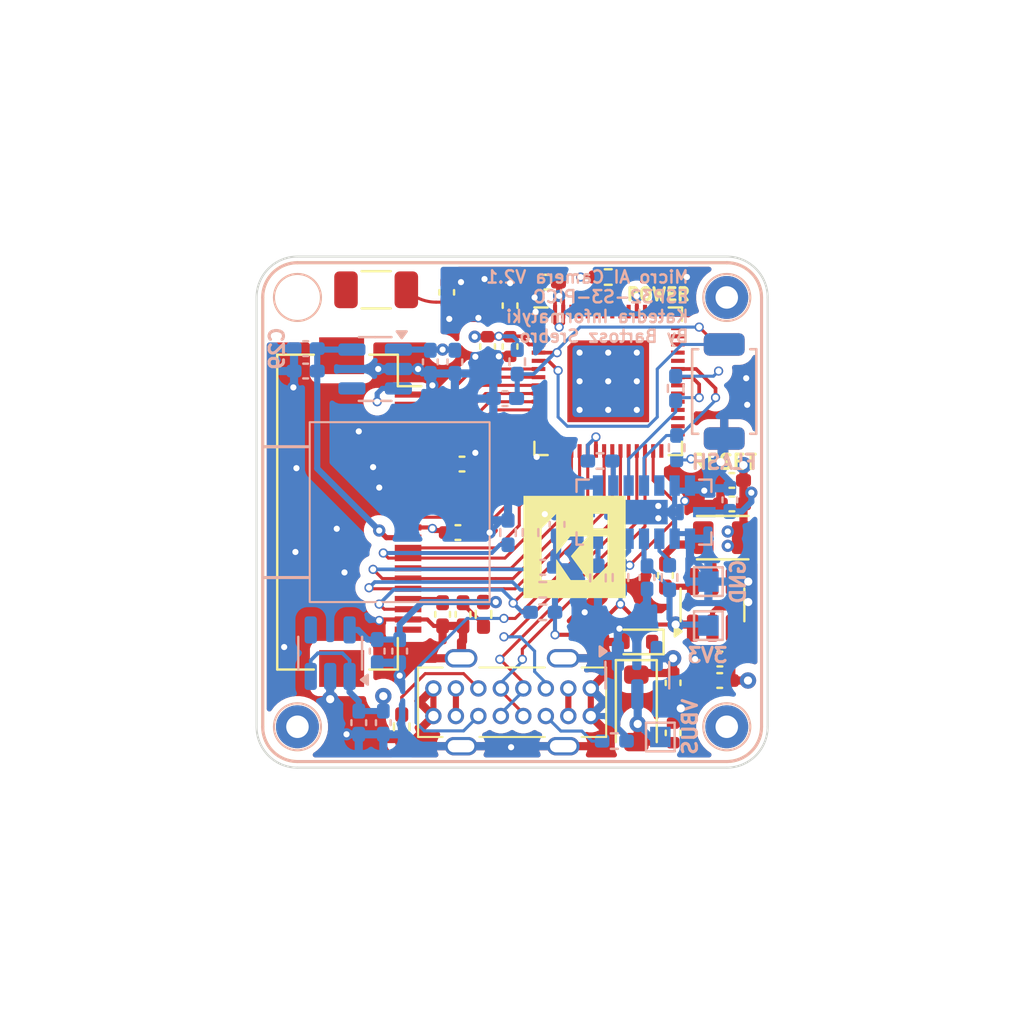
<source format=kicad_pcb>
(kicad_pcb (version 20241229) (generator "pcbnew") (generator_version "9.0")
  (layers (0 "F.Cu" signal) (4 "In1.Cu" power "GND.Cu") (6 "In2.Cu" power "Power.Cu") (2 "B.Cu" signal) (13 "F.Paste" user) (15 "B.Paste" user) (5 "F.SilkS" user "F.Silkscreen") (7 "B.SilkS" user "B.Silkscreen") (1 "F.Mask" user) (3 "B.Mask" user) (25 "Edge.Cuts" user))
  (net 0 "")
  (net 1 "+2V8")
  (net 2 "+5V")
  (net 3 "GND")
  (net 4 "/CAM_SDA")
  (net 5 "/AVCC")
  (net 6 "/CAM_SCK")
  (net 7 "/CAM_RST")
  (net 8 "/CAM_VSYNC")
  (net 9 "/CAM_PWDN")
  (net 10 "/CAM_HSYNC")
  (net 11 "+1V2")
  (net 12 "+3V3")
  (net 13 "/CAM_D7")
  (net 14 "/CAM_MCLK")
  (net 15 "/CAM_D6")
  (net 16 "/CAM_D5")
  (net 17 "/CAM_PCLK")
  (net 18 "/CAM_D4")
  (net 19 "/CAM_D0")
  (net 20 "/CAM_D3")
  (net 21 "/CAM_D1")
  (net 22 "/CAM_D2")
  (net 23 "/SDA")
  (net 24 "/D+")
  (net 25 "Net-(U2-LNA_IN{slash}RF)")
  (net 26 "/D-")
  (net 27 "/EN")
  (net 28 "/GPIO0")
  (net 29 "Net-(U7-SW)")
  (net 30 "Net-(U7-BST)")
  (net 31 "Net-(D4-A)")
  (net 33 "Net-(J2-Pin_23)")
  (net 34 "Net-(J2-Pin_24)")
  (net 35 "Net-(U1-RSVD6)")
  (net 44 "/XTAL_N")
  (net 45 "/XTAL_P")
  (net 46 "Net-(AE1-A)")
  (net 48 "/TX")
  (net 49 "/RX")
  (net 50 "/VL_INT")
  (net 51 "/VL_EN")
  (net 52 "/VL_RST")
  (net 53 "VBUS")
  (net 54 "/SCL")
  (net 63 "Net-(J1-CC2)")
  (net 64 "Net-(J1-CC1)")
  (net 65 "/SBU2")
  (net 66 "/SBU1")
  (net 72 "Net-(U5-BP)")
  (net 73 "Net-(U6-BP)")
  (footprint "Capacitor_SMD:C_0402_1005Metric_Pad0.74x0.62mm_HandSolder" (layer "F.Cu") (at 110.155 108.2375 180)
    (property "Reference" "C15" (hide yes))
    (property "Value" "10uF")
  )
  (footprint "Moje_Footprinty:SW_Push_3.0x4.0mm" (layer "F.Cu") (at 110.375 94.1 -90)
    (property "Reference" "SW1" (hide yes))
    (property "Value" "SW_Reset")
  )
  (footprint "Capacitor_SMD:C_0402_1005Metric_Pad0.74x0.62mm_HandSolder" (layer "F.Cu") (at 97.35 101 180)
    (property "Reference" "C35" (hide yes))
    (property "Value" "100nF")
  )
  (footprint "Capacitor_SMD:C_0402_1005Metric" (layer "F.Cu") (at 99.9 89.9 90)
    (property "Reference" "C2" (hide yes))
    (property "Value" "4.7pF")
  )
  (footprint "Capacitor_SMD:C_0402_1005Metric" (layer "F.Cu") (at 96.8 89.25 -90)
    (property "Reference" "C1" (hide yes))
    (property "Value" "NC")
  )
  (footprint "Capacitor_SMD:C_0402_1005Metric_Pad0.74x0.62mm_HandSolder" (layer "F.Cu") (at 107.5 103.1 90)
    (property "Reference" "C26" (hide yes))
    (property "Value" "100nF")
  )
  (footprint "Moje_Footprinty:MountingHole_1.1mm_M1_DIN965_Pad" (layer "F.Cu") (at 110.5 89.5)
    (property "Reference" "H2" (hide yes))
    (property "Value" "MountingHole")
  )
  (footprint "Resistor_SMD:R_0402_1005Metric_Pad0.72x0.64mm_HandSolder" (layer "F.Cu") (at 94.6 110.5025 -90)
    (property "Reference" "R6" (hide yes))
    (property "Value" "5.1k")
  )
  (footprint "Moje_Footprinty:MountingHole_1.1mm_M1_No_Pad" (layer "F.Cu") (at 89.5 89.5)
    (property "Reference" "H1" (hide yes))
    (property "Value" "MountingHole")
  )
  (footprint "LED_SMD:LED_0402_1005Metric_Pad0.77x0.64mm_HandSolder" (layer "F.Cu") (at 107.2 88.5 180)
    (property "Reference" "D4" (hide yes))
    (property "Value" "LED")
  )
  (footprint "Capacitor_SMD:C_0402_1005Metric_Pad0.74x0.62mm_HandSolder" (layer "F.Cu") (at 96.6 105 -90)
    (property "Reference" "C34" (hide yes))
    (property "Value" "100nF")
  )
  (footprint "Diode_SMD:D_SOD-523" (layer "F.Cu") (at 106.15 106.35 180)
    (property "Reference" "D2" (hide yes))
    (property "Value" "ESD5Z5.0")
  )
  (footprint "Capacitor_SMD:C_0402_1005Metric" (layer "F.Cu") (at 107.875 110.8 -90)
    (property "Reference" "C6" (hide yes))
    (property "Value" "1uF")
  )
  (footprint "Moje_Footprinty:QFN-56-1EP_7x7mm_P0.4mm_EP4x4mm_ThermalVias_ESP32" (layer "F.Cu") (at 104.7 93.600001)
    (property "Reference" "U2" (hide yes))
    (property "Value" "ESP32-S3FH4R2")
  )
  (footprint "Capacitor_SMD:C_0402_1005Metric_Pad0.74x0.62mm_HandSolder" (layer "F.Cu") (at 110.1625 107.1875 180)
    (property "Reference" "C21" (hide yes))
    (property "Value" "10uF")
  )
  (footprint "Moje_Footprinty:MountingHole_1.1mm_M1_DIN965_Pad" (layer "F.Cu") (at 89.5 110.5)
    (property "Reference" "H3" (hide yes))
    (property "Value" "MountingHole")
  )
  (footprint "Moje_Footprinty:MountingHole_1.1mm_M1_DIN965_Pad" (layer "F.Cu") (at 110.5 110.5)
    (property "Reference" "H4" (hide yes))
    (property "Value" "MountingHole")
  )
  (footprint "Capacitor_SMD:C_0402_1005Metric" (layer "F.Cu") (at 99.9 91.9 -90)
    (property "Reference" "C8" (hide yes))
    (property "Value" "100nF")
  )
  (footprint "Moje_Footprinty:USB_C_Hanbo Electronic MC-118LD-H65" (layer "F.Cu") (at 100 109.3)
    (property "Reference" "J1" (hide yes))
    (property "Value" "USB_C_Vertical" (hide yes))
  )
  (footprint "Package_TO_SOT_SMD:TSOT-23-6" (layer "F.Cu") (at 109.8 104.5375 90)
    (property "Reference" "U7" (hide yes))
    (property "Value" "AP63203WU")
  )
  (footprint "Capacitor_SMD:C_0402_1005Metric_Pad0.74x0.62mm_HandSolder" (layer "F.Cu") (at 110.75 99.6)
    (property "Reference" "C32" (hide yes))
    (property "Value" "22uF")
  )
  (footprint "Moje_Footprinty:L_2016" (layer "F.Cu") (at 110.3 101.25)
    (property "Reference" "L2" (hide yes))
    (property "Value" "4.7uF")
  )
  (footprint "Resistor_SMD:R_0402_1005Metric_Pad0.72x0.64mm_HandSolder" (layer "F.Cu") (at 98.6 105 -90)
    (property "Reference" "FB1" (hide yes))
    (property "Value" "120R-1.3A")
  )
  (footprint "Capacitor_SMD:C_0402_1005Metric" (layer "F.Cu") (at 98.8 91.9 90)
    (property "Reference" "C7" (hide yes))
    (property "Value" "22uF")
  )
  (footprint "Capacitor_SMD:C_0402_1005Metric_Pad0.74x0.62mm_HandSolder" (layer "F.Cu") (at 101.7 88.75)
    (property "Reference" "C9" (hide yes))
    (property "Value" "100nF")
  )
  (footprint "Capacitor_SMD:C_0402_1005Metric" (layer "F.Cu") (at 107.875 108.35 90)
    (property "Reference" "C10" (hide yes))
    (property "Value" "22uF")
  )
  (footprint "Moje_Footprinty:LOGO-KI_5mm" (layer "F.Cu") (at 103.05 101.7)
    (property "Reference" "G***" (hide yes))
    (property "Value" "LOGO" (hide yes))
  )
  (footprint "Capacitor_SMD:C_0402_1005Metric_Pad0.74x0.62mm_HandSolder" (layer "F.Cu") (at 110.75 98.45)
    (property "Reference" "C31" (hide yes))
    (property "Value" "22uF")
  )
  (footprint "Moje_Footprinty:Hirose_FH12-24S-0.5SH_1x24-1MP_P0.50mm_Horizontal_WithCamera_BackSide_Opt1" (layer "F.Cu") (at 95 100 -90)
    (property "Reference" "J2" (hide yes))
    (property "Value" "Conn_Camera")
  )
  (footprint "Capacitor_SMD:C_0402_1005Metric_Pad0.74x0.62mm_HandSolder" (layer "F.Cu") (at 97.55 97.65 180)
    (property "Reference" "C36" (hide yes))
    (property "Value" "15pF")
  )
  (footprint "Capacitor_SMD:C_1206_3216Metric" (layer "F.Cu") (at 93.35 89.125 180)
    (property "Reference" "AE1" (hide yes))
    (property "Value" "Antenna_Ceramic")
  )
  (footprint "Diode_SMD:D_SOD-123" (layer "F.Cu") (at 106.075 109.6 -90)
    (property "Reference" "D1" (hide yes))
    (property "Value" "SBR3U40S1F-7")
  )
  (footprint "Resistor_SMD:R_0402_1005Metric_Pad0.72x0.64mm_HandSolder" (layer "F.Cu") (at 104.7025 88.5)
    (property "Reference" "R15" (hide yes))
    (property "Value" "4.7k")
  )
  (footprint "Capacitor_SMD:C_0402_1005Metric_Pad0.74x0.62mm_HandSolder" (layer "F.Cu") (at 97.6 105 -90)
    (property "Reference" "C33" (hide yes))
    (property "Value" "4.7uF")
  )
  (footprint "Inductor_SMD:L_0402_1005Metric" (layer "F.Cu") (at 98.35 89.8)
    (property "Reference" "L1" (hide yes))
    (property "Value" "5.6nH/3.0nH")
  )
  (footprint "Resistor_SMD:R_0402_1005Metric_Pad0.72x0.64mm_HandSolder" (layer "B.Cu") (at 100.25 92.65 -90)
    (property "Reference" "R9" (hide yes))
    (property "Value" "10k")
  )
  (footprint "Capacitor_SMD:C_0402_1005Metric_Pad0.74x0.62mm_HandSolder" (layer "B.Cu") (at 93.7 110.3 -90)
    (property "Reference" "C19" (hide yes))
    (property "Value" "4.7uF")
  )
  (footprint "Capacitor_SMD:C_0402_1005Metric_Pad0.74x0.62mm_HandSolder" (layer "B.Cu") (at 97.2 92.65 -90)
    (property "Reference" "C12" (hide yes))
    (property "Value" "100nF")
  )
  (footprint "Capacitor_SMD:C_0402_1005Metric_Pad0.74x0.62mm_HandSolder" (layer "B.Cu") (at 89.9 92 180)
    (property "Reference" "C29")
    (property "Value" "100nF")
  )
  (footprint "Capacitor_SMD:C_0402_1005Metric_Pad0.74x0.62mm_HandSolder" (layer "B.Cu") (at 92.5 110.3 -90)
    (property "Reference" "C13" (hide yes))
    (property "Value" "100nF")
  )
  (footprint "Capacitor_SMD:C_0402_1005Metric_Pad0.74x0.62mm_HandSolder" (layer "B.Cu") (at 110.65 99.4 -90)
    (property "Reference" "C3" (hide yes))
    (property "Value" "4.7uF")
  )
  (footprint "Moje_Footprinty:ST_VL53L5CX_HandSoldering" (layer "B.Cu") (at 106.45 100 180)
    (property "Reference" "U1" (hide yes))
    (property "Value" "VL53L5CX-Sensor_Distance")
  )
  (footprint "TestPoint:TestPoint_Pad_1.0x1.0mm" (layer "B.Cu") (at 109.6 103.4 180)
    (property "Reference" "TP2" (hide yes))
    (property "Value" "TestPoint_GND")
  )
  (footprint "Resistor_SMD:R_0402_1005Metric_Pad0.72x0.64mm_HandSolder" (layer "B.Cu") (at 108 93.95 90)
    (property "Reference" "R5" (hide yes))
    (property "Value" "4.7k")
  )
  (footprint "Resistor_SMD:R_0402_1005Metric_Pad0.72x0.64mm_HandSolder" (layer "B.Cu") (at 101.5 103.8)
    (property "Reference" "R10" (hide yes))
    (property "Value" "4.7k")
  )
  (footprint "Capacitor_SMD:C_0402_1005Metric_Pad0.74x0.62mm_HandSolder" (layer "B.Cu") (at 101.5 102.7 180)
    (property "Reference" "C37" (hide yes))
    (property "Value" "100nF")
  )
  (footprint "Resistor_SMD:R_0402_1005Metric_Pad0.72x0.64mm_HandSolder" (layer "B.Cu") (at 107.7 103.2025 -90)
    (property "Reference" "R2" (hide yes))
    (property "Value" "47k")
  )
  (footprint "Package_TO_SOT_SMD:SOT-23" (layer "B.Cu") (at 106.125 107.975 -90)
    (property "Reference" "U3" (hide yes))
    (property "Value" "CH213K")
  )
  (footprint "Resistor_SMD:R_0402_1005Metric_Pad0.72x0.64mm_HandSolder" (layer "B.Cu") (at 104.2 103.22 90)
    (property "Reference" "R3" (hide yes))
    (property "Value" "47k")
  )
  (footprint "Resistor_SMD:R_0402_1005Metric_Pad0.72x0.64mm_HandSolder" (layer "B.Cu") (at 99.8 101 90)
    (property "Reference" "R12" (hide yes))
    (property "Value" "10k")
  )
  (footprint "Capacitor_SMD:C_0402_1005Metric_Pad0.74x0.62mm_HandSolder" (layer "B.Cu") (at 102.2 100.6 -90)
    (property "Reference" "C4" (hide yes))
    (property "Value" "4.7uF")
  )
  (footprint "Resistor_SMD:R_0402_1005Metric_Pad0.72x0.64mm_HandSolder" (layer "B.Cu") (at 104.3 97.5)
    (property "Reference" "R8" (hide yes))
    (property "Value" "47k")
  )
  (footprint "Package_TO_SOT_SMD:SOT-23-5" (layer "B.Cu") (at 93.3 93 180)
    (property "Reference" "U5" (hide yes))
    (property "Value" "RT9193-1V2")
  )
  (footprint "Resistor_SMD:R_0402_1005Metric_Pad0.72x0.64mm_HandSolder" (layer "B.Cu") (at 100.9 101 -90)
    (property "Reference" "R13" (hide yes))
    (property "Value" "10k")
  )
  (footprint "Capacitor_SMD:C_0402_1005Metric_Pad0.74x0.62mm_HandSolder" (layer "B.Cu") (at 99.65 94.45)
    (property "Reference" "C11" (hide yes))
    (property "Value" "1uF")
  )
  (footprint "Capacitor_SMD:C_0402_1005Metric_Pad0.74x0.62mm_HandSolder" (layer "B.Cu") (at 93.4 106.8 -90)
    (property "Reference" "C28" (hide yes))
    (property "Value" "4.7uF")
  )
  (footprint "Capacitor_SMD:C_0402_1005Metric_Pad0.74x0.62mm_HandSolder" (layer "B.Cu") (at 89.9 93.1 180)
    (property "Reference" "C27" (hide yes))
    (property "Value" "4.7uF")
  )
  (footprint "Resistor_SMD:R_0402_1005Metric_Pad0.72x0.64mm_HandSolder" (layer "B.Cu") (at 105.3 103.2 -90)
    (property "Reference" "R1" (hide yes))
    (property "Value" "47k")
  )
  (footprint "Package_TO_SOT_SMD:SOT-23-5" (layer "B.Cu") (at 91.1 106.9 90)
    (property "Reference" "U6" (hide yes))
    (property "Value" "RT9193-2V8")
  )
  (footprint "Capacitor_SMD:C_0402_1005Metric_Pad0.74x0.62mm_HandSolder" (layer "B.Cu") (at 96 92.65 -90)
    (property "Reference" "C18" (hide yes))
    (property "Value" "4.7uF")
  )
  (footprint "Capacitor_SMD:C_0402_1005Metric_Pad0.74x0.62mm_HandSolder" (layer "B.Cu") (at 106.6 103.2 -90)
    (property "Reference" "C5" (hide yes))
    (property "Value" "100nF")
  )
  (footprint "Resistor_SMD:R_0402_1005Metric_Pad0.72x0.64mm_HandSolder" (layer "B.Cu") (at 101.5 104.9)
    (property "Reference" "R11" (hide yes))
    (property "Value" "4.7k")
  )
  (footprint "Resistor_SMD:R_0402_1005Metric_Pad0.72x0.64mm_HandSolder" (layer "B.Cu") (at 105 111.2 180)
    (property "Reference" "R7" (hide yes))
    (property "Value" "5.1k")
  )
  (footprint "Capacitor_SMD:C_0402_1005Metric_Pad0.74x0.62mm_HandSolder" (layer "B.Cu") (at 94.5 106.8 -90)
    (property "Reference" "C30" (hide yes))
    (property "Value" "100nF")
  )
  (footprint "Moje_Footprinty:SW_Push_3.0x4.0mm" (layer "B.Cu") (at 110.375 94.1 -90)
    (property "Reference" "SW2" (hide yes))
    (property "Value" "SW_Flash")
  )
  (footprint "Resistor_SMD:R_0402_1005Metric_Pad0.72x0.64mm_HandSolder" (layer "B.Cu") (at 108.05 96.85 -90)
    (property "Reference" "R4" (hide yes))
    (property "Value" "4.7k")
  )
  (footprint "TestPoint:TestPoint_Pad_1.0x1.0mm" (layer "B.Cu") (at 109.6 105.55 180)
    (property "Reference" "TP3" (hide yes))
    (property "Value" "TestPoint_3V3")
  )
  (footprint "TestPoint:TestPoint_Pad_1.0x1.0mm" (layer "B.Cu") (at 107.25 111 180)
    (property "Reference" "TP1" (hide yes))
    (property "Value" "TestPoint_VIN")
  )
  (gr_line (start 88.475 96.8) (end 87.85 96.8) (stroke (width 0.15)) (layer "F.SilkS"))
  (gr_line (start 110.5 87.8) (end 89.5 87.799999) (stroke (width 0.15)) (layer "F.SilkS"))
  (gr_line (start 112.2 89.5) (end 112.200001 110.5) (stroke (width 0.15)) (layer "F.SilkS"))
  (gr_arc (start 89.5 112.200001) (mid 88.297917 111.702083) (end 87.799999 110.5) (stroke (width 0.15)) (layer "F.SilkS"))
  (gr_arc (start 112.200001 110.5) (mid 111.702083 111.702083) (end 110.5 112.200001) (stroke (width 0.15)) (layer "F.SilkS"))
  (gr_line (start 87.799999 89.5) (end 87.799999 110.5) (stroke (width 0.15)) (layer "F.SilkS"))
  (gr_arc (start 87.799999 89.5) (mid 88.297917 88.297917) (end 89.5 87.799999) (stroke (width 0.15)) (layer "F.SilkS"))
  (gr_line (start 88.475 103.2) (end 87.8 103.2) (stroke (width 0.15)) (layer "F.SilkS"))
  (gr_line (start 110.5 112.200001) (end 89.5 112.200001) (stroke (width 0.15)) (layer "F.SilkS"))
  (gr_arc (start 110.5 87.8) (mid 111.702082 88.297918) (end 112.2 89.5) (stroke (width 0.15)) (layer "F.SilkS"))
  (gr_line (start 87.85 103.2) (end 90.05 103.2) (stroke (width 0.15)) (layer "B.SilkS"))
  (gr_arc (start 112.200001 110.5) (mid 111.702083 111.702083) (end 110.5 112.200001) (stroke (width 0.15)) (layer "B.SilkS"))
  (gr_line (start 110.5 87.799999) (end 89.5 87.8) (stroke (width 0.15)) (layer "B.SilkS"))
  (gr_arc (start 87.8 89.5) (mid 88.297918 88.297918) (end 89.5 87.8) (stroke (width 0.15)) (layer "B.SilkS"))
  (gr_line (start 112.200001 110.5) (end 112.200001 89.5) (stroke (width 0.15)) (layer "B.SilkS"))
  (gr_arc (start 110.5 87.799999) (mid 111.702083 88.297917) (end 112.200001 89.5) (stroke (width 0.15)) (layer "B.SilkS"))
  (gr_arc (start 89.5 112.200001) (mid 88.297917 111.702082) (end 87.799999 110.5) (stroke (width 0.15)) (layer "B.SilkS"))
  (gr_line (start 87.85 96.8) (end 90.025 96.8) (stroke (width 0.15)) (layer "B.SilkS"))
  (gr_line (start 87.799999 110.5) (end 87.8 89.5) (stroke (width 0.15)) (layer "B.SilkS"))
  (gr_line (start 110.5 112.200001) (end 89.5 112.200001) (stroke (width 0.15)) (layer "B.SilkS"))
  (gr_line (start 87.5 89.5) (end 87.5 110.5) (stroke (width 0.1)) (layer "Edge.Cuts"))
  (gr_arc (start 110.5 87.5) (mid 111.914214 88.085786) (end 112.5 89.5) (stroke (width 0.1)) (layer "Edge.Cuts"))
  (gr_line (start 89.5 112.5) (end 110.5 112.5) (stroke (width 0.1)) (layer "Edge.Cuts"))
  (gr_line (start 112.5 110.5) (end 112.5 89.5) (stroke (width 0.1)) (layer "Edge.Cuts"))
  (gr_arc (start 87.5 89.5) (mid 88.085787 88.085787) (end 89.5 87.5) (stroke (width 0.1)) (layer "Edge.Cuts"))
  (gr_arc (start 89.5 112.5) (mid 88.085786 111.914214) (end 87.5 110.5) (stroke (width 0.1)) (layer "Edge.Cuts"))
  (gr_arc (start 112.5 110.5) (mid 111.914214 111.914214) (end 110.5 112.5) (stroke (width 0.1)) (layer "Edge.Cuts"))
  (gr_line (start 110.5 87.5) (end 89.5 87.5) (stroke (width 0.1)) (layer "Edge.Cuts"))
  (gr_text "POWER" (at 107.15 89.35 0) (layer "F.SilkS") (effects (font (size 0.6 0.6) (thickness 0.15) (bold yes))))
  (gr_text "RESET" (at 110.375 97.55 0) (layer "F.SilkS") (effects (font (size 0.7 0.7) (thickness 0.15) (bold yes))))
  (gr_text "Micro AI Camera V2.1\nESP32-S3-PICO\nKatedra Informatyki\nBy Bartosz Srebro" (at 108.7 91.75 0) (layer "B.SilkS") (effects (font (size 0.6 0.6) (thickness 0.12) (bold yes)) (justify left bottom mirror)))
  (gr_text "VBUS" (at 108.7 110.5 90) (layer "B.SilkS") (effects (font (size 0.7 0.7) (thickness 0.15) (bold yes)) (justify mirror)))
  (gr_text "FLASH" (at 110.375 97.55 0) (layer "B.SilkS") (effects (font (size 0.7 0.7) (thickness 0.15) (bold yes)) (justify mirror)))
  (gr_text "3V3" (at 109.55 107 0) (layer "B.SilkS") (effects (font (size 0.7 0.7) (thickness 0.15) (bold yes)) (justify mirror)))
  (gr_text "GND" (at 111.05 103.4 90) (layer "B.SilkS") (effects (font (size 0.7 0.7) (thickness 0.15) (bold yes)) (justify mirror)))
  (segment (start 99.1975 104.4025) (end 99.2 104.4) (width 0.2) (layer "F.Cu") (net 1))
  (segment (start 98.6 104.4025) (end 99.1975 104.4025) (width 0.2) (layer "F.Cu") (net 1))
  (via (at 99.2 104.4) (size 0.6) (drill 0.3) (layers "F.Cu" "B.Cu") (net 1))
  (segment (start 92.4625 105.7625) (end 92.05 105.7625) (width 0.3) (layer "B.Cu") (net 1))
  (segment (start 94.5 105.5) (end 95.6 104.4) (width 0.3) (layer "B.Cu") (net 1))
  (segment (start 93.3 106.2325) (end 94.5 106.2325) (width 0.3) (layer "B.Cu") (net 1))
  (segment (start 93.5 106.2325) (end 92.9325 106.2325) (width 0.3) (layer "B.Cu") (net 1))
  (segment (start 95.6 104.4) (end 99.2 104.4) (width 0.3) (layer "B.Cu") (net 1))
  (segment (start 94.5 106.2325) (end 94.5 105.5) (width 0.3) (layer "B.Cu") (net 1))
  (segment (start 92.9325 106.2325) (end 92.4625 105.7625) (width 0.3) (layer "B.Cu") (net 1))
  (segment (start 110.7225 108.2375) (end 111.5375 108.2375) (width 0.4) (layer "F.Cu") (net 2))
  (segment (start 106.28 107.87) (end 106.2 107.95) (width 0.4) (layer "F.Cu") (net 2))
  (segment (start 110.73 105.695) (end 110.75 105.675) (width 0.4) (layer "F.Cu") (net 2))
  (segment (start 110.7225 108.2375) (end 110.7225 107.195) (width 0.4) (layer "F.Cu") (net 2))
  (segment (start 106.85 106.35) (end 106.85 106.85) (width 0.3) (layer "F.Cu") (net 2))
  (segment (start 110.5625 104.6875) (end 110.75 104.875) (width 0.25) (layer "F.Cu") (net 2))
  (segment (start 107.875 107.15) (end 107.875 107.87) (width 0.4) (layer "F.Cu") (net 2))
  (segment (start 110.7225 107.195) (end 110.73 107.1875) (width 0.4) (layer "F.Cu") (net 2))
  (segment (start 107.15 107.15) (end 107.875 107.15) (width 0.3) (layer "F.Cu") (net 2))
  (segment (start 106.85 106.85) (end 107.15 107.15) (width 0.3) (layer "F.Cu") (net 2))
  (segment (start 110.73 107.2875) (end 110.73 105.695) (width 0.4) (layer "F.Cu") (net 2))
  (segment (start 110.75 104.875) (end 110.75 105.675) (width 0.25) (layer "F.Cu") (net 2))
  (segment (start 109.8 105.675) (end 109.8 104.9) (width 0.25) (layer "F.Cu") (net 2))
  (segment (start 106.125 107.875) (end 106.2 107.95) (width 0.3) (layer "F.Cu") (net 2))
  (segment (start 110.0125 104.6875) (end 110.5625 104.6875) (width 0.25) (layer "F.Cu") (net 2))
  (segment (start 109.8 104.9) (end 110.0125 104.6875) (width 0.25) (layer "F.Cu") (net 2))
  (segment (start 110.78 107.2375) (end 110.73 107.2875) (width 0.4) (layer "F.Cu") (net 2))
  (segment (start 107.875 107.87) (end 106.28 107.87) (width 0.4) (layer "F.Cu") (net 2))
  (via (at 93.7 109) (size 0.8) (drill 0.4) (layers "F.Cu" "B.Cu") (net 2))
  (via (at 93.4 94.6) (size 0.45) (drill 0.3) (layers "F.Cu" "B.Cu") (net 2))
  (via (at 111.5375 108.2375) (size 0.8) (drill 0.4) (layers "F.Cu" "B.Cu") (net 2))
  (via (at 107.875 107.15) (size 0.8) (drill 0.4) (layers "F.Cu" "B.Cu") (net 2))
  (via (at 96.6 92.05) (size 0.6) (drill 0.3) (layers "F.Cu" "B.Cu") (net 2))
  (segment (start 90.15 107.25) (end 90.15 108.0375) (width 0.18) (layer "B.Cu") (net 2))
  (segment (start 91.7 106.9) (end 90.5 106.9) (width 0.18) (layer "B.Cu") (net 2))
  (segment (start 90.5 106.9) (end 90.15 107.25) (width 0.18) (layer "B.Cu") (net 2))
  (segment (start 93.65 93.95) (end 93.4 94.2) (width 0.25) (layer "B.Cu") (net 2))
  (segment (start 96.6 92.05) (end 94.4375 92.05) (width 0.3) (layer "B.Cu") (net 2))
  (segment (start 92.5 109.25) (end 92.5 109.7325) (width 0.3) (layer "B.Cu") (net 2))
  (segment (start 92.5 109.7325) (end 93.7 109.7325) (width 0.3) (layer "B.Cu") (net 2))
  (segment (start 92.05 108.8) (end 92.5 109.25) (width 0.3) (layer "B.Cu") (net 2))
  (segment (start 96.6 92.05) (end 97.0675 92.05) (width 0.3) (layer "B.Cu") (net 2))
  (segment (start 94.4375 93.95) (end 93.65 93.95) (width 0.25) (layer "B.Cu") (net 2))
  (segment (start 92.05 108.0375) (end 92.05 108.8) (width 0.3) (layer "B.Cu") (net 2))
  (segment (start 93.4 94.2) (end 93.4 94.6) (width 0.25) (layer "B.Cu") (net 2))
  (segment (start 107.1875 107.15) (end 107.075 107.0375) (width 0.4) (layer "B.Cu") (net 2))
  (segment (start 92.05 107.25) (end 91.7 106.9) (width 0.18) (layer "B.Cu") (net 2))
  (segment (start 93.7 109.7325) (end 93.7 109) (width 0.3) (layer "B.Cu") (net 2))
  (segment (start 92.05 108.0375) (end 92.05 107.25) (width 0.18) (layer "B.Cu") (net 2))
  (segment (start 107.875 107.15) (end 107.1875 107.15) (width 0.4) (layer "B.Cu") (net 2))
  (segment (start 97.0675 92.05) (end 97.1 92.0825) (width 0.3) (layer "B.Cu") (net 2))
  (segment (start 108.25 109.6) (end 107.875 109.225) (width 0.3) (layer "F.Cu") (net 3))
  (segment (start 99.9 92.38) (end 99.35 92.38) (width 0.3) (layer "F.Cu") (net 3))
  (segment (start 110.2 99.5825) (end 110.1825 99.6) (width 0.4) (layer "F.Cu") (net 3))
  (segment (start 109.595 107.1875) (end 109.595 108.23) (width 0.4) (layer "F.Cu") (net 3))
  (segment (start 95.1125 111.1) (end 94.6 111.1) (width 0.2) (layer "F.Cu") (net 3))
  (segment (start 98.2 92.4) (end 97.6 92.4) (width 0.3) (layer "F.Cu") (net 3))
  (segment (start 110.2 97.55) (end 110.2 96.7) (width 0.3) (layer "F.Cu") (net 3))
  (segment (start 108.2 109.6) (end 107.875 109.925) (width 0.3) (layer "F.Cu") (net 3))
  (segment (start 98.2 97.25) (end 98.1175 97.3325) (width 0.3) (layer "F.Cu") (net 3))
  (segment (start 105.45 106.35) (end 105.45 105.9) (width 0.3) (layer "F.Cu") (net 3))
  (segment (start 99.9 89.42) (end 99.9 88.8) (width 0.3) (layer "F.Cu") (net 3))
  (segment (start 96.6 105.5675) (end 96.1675 105.5675) (width 0.2) (layer "F.Cu") (net 3))
  (segment (start 96.1675 105.5675) (end 95.85 105.25) (width 0.2) (layer "F.Cu") (net 3))
  (segment (start 105.45 105.9) (end 105.25 105.7) (width 0.3) (layer "F.Cu") (net 3))
  (segment (start 108.95 107.1875) (end 109.595 107.1875) (width 0.4) (layer "F.Cu") (net 3))
  (segment (start 108.55 88.5) (end 107.7725 88.5) (width 0.2) (layer "F.Cu") (net 3))
  (segment (start 94.91 98.75) (end 93.55 98.75) (width 0.25) (layer "F.Cu") (net 3))
  (segment (start 103.85 109.975) (end 103.85 108.625) (width 0.3) (layer "F.Cu") (net 3))
  (segment (start 96.2 93.8) (end 96.1 93.8) (width 0.3) (layer "F.Cu") (net 3))
  (segment (start 108.25 109.6) (end 108.2 109.6) (width 0.3) (layer "F.Cu") (net 3))
  (segment (start 97.9675 100.9) (end 98.8 100.9) (width 0.25) (layer "F.Cu") (net 3))
  (segment (start 98.3 90.55) (end 98.35 90.5) (width 0.3) (layer "F.Cu") (net 3))
  (segment (start 98.8 100.9) (end 98.9 101) (width 0.25) (layer "F.Cu") (net 3))
  (segment (start 107.875 109.225) (end 107.875 108.83) (width 0.3) (layer "F.Cu") (net 3))
  (segment (start 98.1175 97.3325) (end 98.1175 97.65) (width 0.3) (layer "F.Cu") (net 3))
  (segment (start 101.1325 88.75) (end 99.95 88.75) (width 0.3) (layer "F.Cu") (net 3))
  (segment (start 96.15 109.975) (end 96.15 110.0625) (width 0.2) (layer "F.Cu") (net 3))
  (segment (start 109.595 108.23) (end 109.5875 108.2375) (width 0.4) (layer "F.Cu") (net 3))
  (segment (start 98.8 92.38) (end 98.22 92.38) (width 0.3) (layer "F.Cu") (net 3))
  (segment (start 93.55 98.75) (end 93.5 98.8) (width 0.25) (layer "F.Cu") (net 3))
  (segment (start 96.925 90.55) (end 98.3 90.55) (width 0.3) (layer "F.Cu") (net 3))
  (segment (start 95.85 105.25) (end 94.91 105.25) (width 0.2) (layer "F.Cu") (net 3))
  (segment (start 96.15 110.0625) (end 95.1125 111.1) (width 0.2) (layer "F.Cu") (net 3))
  (segment (start 99.95 88.75) (end 99.9 88.8) (width 0.3) (layer "F.Cu") (net 3))
  (segment (start 97.6 105.5675) (end 97.6 107.05) (width 0.3) (layer "F.Cu") (net 3))
  (segment (start 93.55 105.25) (end 94.86 105.25) (width 0.2) (layer "F.Cu") (net 3))
  (segment (start 98.22 92.38) (end 98.2 92.4) (width 0.3) (layer "F.Cu") (net 3))
  (segment (start 110.2 97.55) (end 110.2 99.5825) (width 0.4) (layer "F.Cu") (net 3))
  (segment (start 107.875 109.925) (end 107.875 110.32) (width 0.3) (layer "F.Cu") (net 3))
  (segment (start 111.7 103.4) (end 110.75 103.4) (width 0.4) (layer "F.Cu") (net 3))
  (segment (start 96.15 109.975) (end 96.15 108.625) (width 0.3) (layer "F.Cu") (net 3))
  (segment (start 98.2 97.1) (end 98.2 97.25) (width 0.3) (layer "F.Cu") (net 3))
  (segment (start 97.6 105.5675) (end 96.6 105.5675) (width 0.3) (layer "F.Cu") (net 3))
  (segment (start 97.6 107.05) (end 97.5 107.15) (width 0.3) (layer "F.Cu") (net 3))
  (segment (start 93.5 105.3) (end 93.55 105.25) (width 0.2) (layer "F.Cu") (net 3))
  (segment (start 97.6 92.4) (end 96.2 93.8) (width 0.3) (layer "F.Cu") (net 3))
  (segment (start 110.2 96.7) (end 110.5 96.4) (width 0.3) (layer "F.Cu") (net 3))
  (via (at 108.25 109.6) (size 0.8) (drill 0.4) (layers "F.Cu" "B.Cu") (net 3))
  (via (at 101.1 89.5) (size 0.6) (drill 0.3) (layers "F.Cu" "B.Cu") (net 3))
  (via (at 111.45 93.45) (size 0.6) (drill 0.3) (layers "F.Cu" "B.Cu") (net 3))
  (via (at 109.4 98.95) (size 0.6) (drill 0.3) (layers "F.Cu" "B.Cu") (net 3))
  (via (at 107.15 100.3) (size 0.45) (drill 0.3) (layers "F.Cu" "B.Cu") (net 3))
  (via (at 111.55 104.4) (size 0.8) (drill 0.4) (layers "F.Cu" "B.Cu") (net 3))
  (via (at 89.3 93.9) (size 0.6) (drill 0.3) (layers "F.Cu" "B.Cu") (net 3))
  (via (at 91.1 109.150002) (size 0.8) (drill 0.4) (layers "F.Cu" "B.Cu") (net 3))
  (via (at 101.15 90.2) (size 0.45) (drill 0.3) (layers "F.Cu" "B.Cu") (net 3))
  (via (at 111.5 94.75) (size 0.6) (drill 0.3) (layers "F.Cu" "B.Cu") (net 3))
  (via (at 99.9 88.8) (size 0.6) (drill 0.3) (layers "F.Cu" "B.Cu") (net 3))
  (via (at 92.5 96.05) (size 0.6) (drill 0.3) (layers "F.Cu" "B.Cu") (net 3))
  (via (at 91.9 110.8675) (size 0.6) (drill 0.3) (layers "F.Cu" "B.Cu") (net 3))
  (via (at 98.35 90.5) (size 0.45) (drill 0.3) (layers "F.Cu" "B.Cu") (net 3))
  (via (at 110.2 97.55) (size 0.8) (drill 0.4) (layers "F.Cu" "B.Cu") (net 3))
  (via (at 111.55 103.4) (size 0.8) (drill 0.4) (layers "F.Cu" "B.Cu") (net 3))
  (via (at 108.95 107.1875) (size 0.6) (drill 0.3) (layers "F.Cu" "B.Cu") (net 3))
  (via (at 96.1 93.8) (size 0.6) (drill 0.3) (layers "F.Cu" "B.Cu") (net 3))
  (via (at 98.2 97.1) (size 0.6) (drill 0.3) (layers "F.Cu" "B.Cu") (net 3))
  (via (at 95.4 93) (size 0.6) (drill 0.3) (layers "F.Cu" "B.Cu") (net 3))
  (via (at 98.2 92.4) (size 0.45) (drill 0.3) (layers "F.Cu" "B.Cu") (net 3))
  (via (at 93.5 98.8) (size 0.6) (drill 0.3) (layers "F.Cu" "B.Cu") (net 3))
  (via (at 93.5 105.3) (size 0.45) (drill 0.3) (layers "F.Cu" "B.Cu") (net 3))
  (via (at 99.95 111.5) (size 0.6) (drill 0.3) (layers "F.Cu" "B.Cu") (net 3))
  (via (at 101.2 97.3) (size 0.6) (drill 0.3) (layers "F.Cu" "B.Cu") (net 3))
  (via (at 107.15 99.7) (size 0.45) (drill 0.3) (layers "F.Cu" "B.Cu") (net 3))
  (via (at 108.55 88.5) (size 0.45) (drill 0.3) (layers "F.Cu" "B.Cu") (net 3))
  (via (at 89.45 97.85) (size 0.6) (drill 0.3) (layers "F.Cu" "B.Cu") (net 3))
  (via (at 91.8 102.95) (size 0.6) (drill 0.3) (layers "F.Cu" "B.Cu") (net 3))
  (via (at 108.45 99.45) (size 0.45) (drill 0.3) (layers "F.Cu" "B.Cu") (net 3))
  (via (at 103.55 104.9) (size 0.6) (drill 0.3) (layers "F.Cu" "B.Cu") (net 3))
  (via (at 98.9 101) (size 0.6) (drill 0.3) (layers "F.Cu" "B.Cu") (net 3))
  (via (at 93.45 93) (size 0.6) (drill 0.3) (layers "F.Cu" "B.Cu") (net 3))
  (via (at 97.5 88.75) (size 0.45) (drill 0.3) (layers "F.Cu" "B.Cu") (net 3))
  (via (at 96.925 90.55) (size 0.45) (drill 0.3) (layers "F.Cu" "B.Cu") (net 3))
  (via (at 91.422421 100.813574) (size 0.6) (drill 0.3) (layers "F.Cu" "B.Cu") (net 3))
  (via (at 98.65 88.6) (size 0.6) (drill 0.3) (layers "F.Cu" "B.Cu") (net 3))
  (via (at 89.4 101.95) (size 0.6) (drill 0.3) (layers "F.Cu" "B.Cu") (net 3))
  (via (at 93.2 97.8) (size 0.6) (drill 0.3) (layers "F.Cu" "B.Cu") (net 3))
  (via (at 88.85 106.6) (size 0.6) (drill 0.3) (layers "F.Cu" "B.Cu") (net 3))
  (via (at 105.25 105.7) (size 0.6) (drill 0.3) (layers "F.Cu" "B.Cu") (net 3))
  (via (at 99.35 92.38) (size 0.45) (drill 0.3) (layers "F.Cu" "B.Cu") (net 3))
  (via (at 94.5 108) (size 0.6) (drill 0.3) (layers "F.Cu" "B.Cu") (net 3))
  (segment (start 108.7 98.95) (end 107.95 98.95) (width 0.3) (layer "B.Cu") (net 3))
  (segment (start 94.5 107.3675) (end 94.5 108) (width 0.2) (layer "B.Cu") (net 3))
  (segment (start 109.6 103.05) (end 109.6 103.4) (width 0.3) (layer "B.Cu") (net 3))
  (segment (start 89.3325 92) (end 89.3325 93.1) (width 0.3) (layer "B.Cu") (net 3))
  (segment (start 102.4 98.5) (end 101.2 97.3) (width 0.3) (layer "B.Cu") (net 3))
  (segment (start 106.85 100) (end 106.45 100) (width 0.2) (layer "B.Cu") (net 3))
  (segment (start 107.95 101.05) (end 107.95 100.35) (width 0.25) (layer "B.Cu") (net 3))
  (segment (start 99.8 100.4025) (end 99.4975 100.4025) (width 0.25) (layer "B.Cu") (net 3))
  (segment (start 110.2 96.7) (end 110.5 96.4) (width 0.3) (layer "B.Cu") (net 3))
  (segment (start 93.7 110.8675) (end 92.5 110.8675) (width 0.3) (layer "B.Cu") (net 3))
  (segment (start 103.55 104.9) (end 103.5 104.85) (width 0.3) (layer "B.Cu") (net 3))
  (segment (start 95.4 93) (end 95.6175 93.2175) (width 0.3) (layer "B.Cu") (net 3))
  (segment (start 103.5 103.765) (end 102.435 102.7) (width 0.3) (layer "B.Cu") (net 3))
  (segment (start 102.2 102.5675) (end 102.2 101.1675) (width 0.25) (layer "B.Cu") (net 3))
  (segment (start 102.435 102.7) (end 102.0675 102.7) (width 0.3) (layer "B.Cu") (net 3))
  (segment (start 96.1 93.8) (end 96.1 93.2175) (width 0.3) (layer "B.Cu") (net 3))
  (segment (start 107.15 99.7) (end 106.85 100) (width 0.2) (layer "B.Cu") (net 3))
  (segment (start 107.95 99.65) (end 107.95 98.95) (width 0.25) (layer "B.Cu") (net 3))
  (segment (start 109.4 98.95) (end 108.7 98.95) (width 0.3) (layer "B.Cu") (net 3))
  (segment (start 89.3325 93.1) (end 89.3325 93.8675) (width 0.3) (layer "B.Cu") (net 3))
  (segment (start 96.1 93.3175) (end 96 93.2175) (width 0.3) (layer "B.Cu") (net 3))
  (segment (start 110.65 98.5) (end 110.65 98.8325) (width 0.3) (layer "B.Cu") (net 3))
  (segment (start 110.25 97.8) (end 110.2 97.75) (width 0.3) (layer "B.Cu") (net 3))
  (segment (start 95.6175 93.2175) (end 96 93.2175) (width 0.3) (layer "B.Cu") (net 3))
  (segment (start 94.4375 93) (end 93.45 93) (width 0.4) (layer "B.Cu") (net 3))
  (segment (start 108.7 101.05) (end 107.95 101.05) (width 0.25) (layer "B.Cu") (net 3))
  (segment (start 99.4975 100.4025) (end 98.9 101) (width 0.25) (layer "B.Cu") (net 3))
  (segment (start 91.1 108.0375) (end 91.1 109.150002) (width 0.3) (layer "B.Cu") (net 3))
  (segment (start 102.0675 102.7) (end 102.2 102.5675) (width 0.25) (layer "B.Cu") (net 3))
  (segment (start 104.575 109.975) (end 103.85 109.975) (width 0.3) (layer "B.Cu") (net 3))
  (segment (start 89.3325 93.8675) (end 89.3 93.9) (width 0.3) (layer "B.Cu") (net 3))
  (segment (start 110.2 97.55) (end 110.2 98.05) (width 0.3) (layer "B.Cu") (net 3))
  (segment (start 96.1 93.8) (end 96.1 93.3175) (width 0.3) (layer "B.Cu") (net 3))
  (segment (start 108.7 98.95) (end 108.7 98.8) (width 0.3) (layer "B.Cu") (net 3))
  (segment (start 107.6 100) (end 107.95 99.65) (width 0.25) (layer "B.Cu") (net 3))
  (segment (start 94.5 107.3675) (end 93.4 107.3675) (width 0.3) (layer "B.Cu") (net 3))
  (segment (start 108.7 101.05) (end 108.7 102.15) (width 0.3) (layer "B.Cu") (net 3))
  (segment (start 96.1 93.2175) (end 95.8825 93) (width 0.3) (layer "B.Cu") (net 3))
  (segment (start 107.6 100) (end 105.3 100) (width 0.25) (layer "B.Cu") (net 3))
  (segment (start 105.5975 110.9975) (end 104.575 109.975) (width 0.3) (layer "B.Cu") (net 3))
  (segment (start 104.2 98.95) (end 104.2 98.5) (width 0.3) (layer "B.Cu") (net 3))
  (segment (start 105.175 107.0375) (end 105.175 105.775) (width 0.4) (layer "B.Cu") (net 3))
  (segment (start 108.7 102.15) (end 109.6 103.05) (width 0.3) (layer "B.Cu") (net 3))
  (segment (start 106.6 104.35) (end 106.6 103.7675) (width 0.3) (layer "B.Cu") (net 3))
  (segment (start 104.95 100.35) (end 104.95 101.05) (width 0.25) (layer "B.Cu") (net 3))
  (segment (start 105.3 100) (end 104.95 100.35) (width 0.25) (layer "B.Cu") (net 3))
  (segment (start 103.5 104.85) (end 103.5 103.765) (width 0.3) (layer "B.Cu") (net 3))
  (segment (start 105.5975 111.2) (end 105.5975 110.9975) (width 0.3) (layer "B.Cu") (net 3))
  (segment (start 104.2 103.8175) (end 103.5525 103.8175) (width 0.3) (layer "B.Cu") (net 3))
  (segment (start 104.2 98.5) (end 102.4 98.5) (width 0.3) (layer "B.Cu") (net 3))
  (segment (start 109.6 103.4) (end 111.55 103.4) (width 0.3) (layer "B.Cu") (net 3))
  (segment (start 105.25 105.7) (end 106.6 104.35) (width 0.3) (layer "B.Cu") (net 3))
  (segment (start 110.2 98.05) (end 110.65 98.5) (width 0.3) (layer "B.Cu") (net 3))
  (segment (start 91.9 110.8675) (end 92.5 110.8675) (width 0.3) (layer "B.Cu") (net 3))
  (segment (start 107.95 100.35) (end 107.6 100) (width 0.25) (layer "B.Cu") (net 3))
  (segment (start 110.2 97.75) (end 110.2 96.7) (width 0.3) (layer "B.Cu") (net 3))
  (segment (start 95.4 93) (end 94.4375 93) (width 0.3) (layer "B.Cu") (net 3))
  (segment (start 105.175 105.775) (end 105.25 105.7) (width 0.4) (layer "B.Cu") (net 3))
  (segment (start 103.5525 103.8175) (end 103.5 103.765) (width 0.3) (layer "B.Cu") (net 3))
  (segment (start 93.75 104.75) (end 94.91 104.75) (width 0.15) (layer "F.Cu") (net 4))
  (segment (start 104.9 99.6) (end 104.9 97.050001) (width 0.15) (layer "F.Cu") (net 4))
  (segment (start 93.5 104.5) (end 93.75 104.75) (width 0.15) (layer "F.Cu") (net 4))
  (segment (start 100.05 104.45) (end 104.9 99.6) (width 0.15) (layer "F.Cu") (net 4))
  (via (at 100.05 104.45) (size 0.45) (drill 0.3) (layers "F.Cu" "B.Cu") (net 4))
  (via (at 93.5 104.5) (size 0.45) (drill 0.3) (layers "F.Cu" "B.Cu") (net 4))
  (segment (start 100.9025 104.9) (end 100.5 104.9) (width 0.2) (layer "B.Cu") (net 4))
  (segment (start 99.517194 103.8) (end 100.05 104.332806) (width 0.18) (layer "B.Cu") (net 4))
  (segment (start 100.05 104.332806) (end 100.05 104.45) (width 0.18) (layer "B.Cu") (net 4))
  (segment (start 94.2 103.8) (end 99.517194 103.8) (width 0.18) (layer "B.Cu") (net 4))
  (segment (start 93.5 104.5) (end 94.2 103.8) (width 0.18) (layer "B.Cu") (net 4))
  (segment (start 100.5 104.9) (end 100.05 104.45) (width 0.2) (layer "B.Cu") (net 4))
  (segment (start 98.6 105.5) (end 98.6 105.5975) (width 0.2) (layer "F.Cu") (net 5))
  (segment (start 94.91 104.25) (end 96.4175 104.25) (width 0.2) (layer "F.Cu") (net 5))
  (segment (start 97.6 104.4325) (end 97.6 104.5) (width 0.2) (layer "F.Cu") (net 5))
  (segment (start 97.6 104.5) (end 98.6 105.5) (width 0.2) (layer "F.Cu") (net 5))
  (segment (start 96.6 104.4325) (end 97.6 104.4325) (width 0.2) (layer "F.Cu") (net 5))
  (segment (start 96.4175 104.25) (end 96.6 104.4325) (width 0.2) (layer "F.Cu") (net 5))
  (segment (start 93 103.7) (end 93.05 103.75) (width 0.18) (layer "F.Cu") (net 6))
  (segment (start 93.05 103.75) (end 94.91 103.75) (width 0.15) (layer "F.Cu") (net 6))
  (segment (start 104.5 99.4) (end 100.15 103.75) (width 0.15) (layer "F.Cu") (net 6))
  (segment (start 104.5 97.050001) (end 104.5 99.4) (width 0.15) (layer "F.Cu") (net 6))
  (segment (start 100.15 103.75) (end 99.6 103.75) (width 0.15) (layer "F.Cu") (net 6))
  (segment (start 94.86 103.75) (end 99.6 103.75) (width 0.15) (layer "F.Cu") (net 6))
  (via (at 93 103.7) (size 0.45) (drill 0.3) (layers "F.Cu" "B.Cu") (net 6))
  (segment (start 100.4 103.8) (end 100.9025 103.8) (width 0.18) (layer "B.Cu") (net 6))
  (segment (start 100.02 103.42) (end 100.4 103.8) (width 0.18) (layer "B.Cu") (net 6))
  (segment (start 93 103.7) (end 93.28 103.42) (width 0.18) (layer "B.Cu") (net 6))
  (segment (start 93.28 103.42) (end 100.02 103.42) (width 0.18) (layer "B.Cu") (net 6))
  (segment (start 100.05 103.25) (end 99.2 103.25) (width 0.15) (layer "F.Cu") (net 7))
  (segment (start 103.7 97.050001) (end 103.7 99.6) (width 0.15) (layer "F.Cu") (net 7))
  (segment (start 93.65 103.25) (end 94.86 103.25) (width 0.15) (layer "F.Cu") (net 7))
  (segment (start 103.7 99.6) (end 100.05 103.25) (width 0.15) (layer "F.Cu") (net 7))
  (segment (start 93.2 102.8) (end 93.65 103.25) (width 0.15) (layer "F.Cu") (net 7))
  (segment (start 99.2 103.25) (end 94.86 103.25) (width 0.15) (layer "F.Cu") (net 7))
  (via (at 93.2 102.8) (size 0.45) (drill 0.3) (layers "F.Cu" "B.Cu") (net 7))
  (segment (start 100.9 102.6675) (end 100.9325 102.7) (width 0.25) (layer "B.Cu") (net 7))
  (segment (start 93.2 102.8) (end 100.8325 102.8) (width 0.18) (layer "B.Cu") (net 7))
  (segment (start 100.9 101.5975) (end 100.9 102.6675) (width 0.25) (layer "B.Cu") (net 7))
  (segment (start 100.8325 102.8) (end 100.9325 102.7) (width 0.18) (layer "B.Cu") (net 7))
  (segment (start 99.1 102.75) (end 94.86 102.75) (width 0.15) (layer "F.Cu") (net 8))
  (segment (start 103.3 97.050001) (end 103.3 99.4) (width 0.15) (layer "F.Cu") (net 8))
  (segment (start 103.3 99.4) (end 99.95 102.75) (width 0.15) (layer "F.Cu") (net 8))
  (segment (start 99.95 102.75) (end 99.1 102.75) (width 0.15) (layer "F.Cu") (net 8))
  (segment (start 93.7 102) (end 93.95 102.25) (width 0.15) (layer "F.Cu") (net 9))
  (segment (start 100.8 99.9) (end 101.5 99.2) (width 0.15) (layer "F.Cu") (net 9))
  (segment (start 101.5 99.2) (end 102.2 99.2) (width 0.15) (layer "F.Cu") (net 9))
  (segment (start 93.95 102.25) (end 99.65 102.25) (width 0.15) (layer "F.Cu") (net 9))
  (segment (start 102.2 99.2) (end 102.9 98.5) (width 0.15) (layer "F.Cu") (net 9))
  (segment (start 100.8 101.1) (end 100.8 99.9) (width 0.15) (layer "F.Cu") (net 9))
  (segment (start 99.65 102.25) (end 100.8 101.1) (width 0.15) (layer "F.Cu") (net 9))
  (segment (start 102.9 98.5) (end 102.9 97.050001) (width 0.15) (layer "F.Cu") (net 9))
  (via (at 93.7 102) (size 0.45) (drill 0.3) (layers "F.Cu" "B.Cu") (net 9))
  (segment (start 99 102) (end 93.7 102) (width 0.2) (layer "B.Cu") (net 9))
  (segment (start 99.4025 101.5975) (end 99 102) (width 0.2) (layer "B.Cu") (net 9))
  (segment (start 99.8 101.5975) (end 99.4025 101.5975) (width 0.2) (layer "B.Cu") (net 9))
  (segment (start 100.35 99.7) (end 100.35 100.65) (width 0.15) (layer "F.Cu") (net 10))
  (segment (start 99.25 101.75) (end 94.86 101.75) (width 0.15) (layer "F.Cu") (net 10))
  (segment (start 100.35 100.65) (end 99.25 101.75) (width 0.15) (layer "F.Cu") (net 10))
  (segment (start 101.35 98.7) (end 100.35 99.7) (width 0.15) (layer "F.Cu") (net 10))
  (segment (start 102.5 97.05) (end 102.5 98.2) (width 0.15) (layer "F.Cu") (net 10))
  (segment (start 102 98.7) (end 101.35 98.7) (width 0.15) (layer "F.Cu") (net 10))
  (segment (start 102.5 98.2) (end 102 98.7) (width 0.15) (layer "F.Cu") (net 10))
  (segment (start 93.85 101.25) (end 94.86 101.25) (width 0.25) (layer "F.Cu") (net 11))
  (segment (start 93.5 100.9) (end 93.85 101.25) (width 0.25) (layer "F.Cu") (net 11))
  (via (at 93.5 100.9) (size 0.6) (drill 0.3) (layers "F.Cu" "B.Cu") (net 11))
  (segment (start 90.4675 97.8675) (end 93.5 100.9) (width 0.3) (layer "B.Cu") (net 11))
  (segment (start 90.4675 93.1) (end 90.4675 97.8675) (width 0.3) (layer "B.Cu") (net 11))
  (segment (start 92.1625 92.05) (end 90.5175 92.05) (width 0.3) (layer "B.Cu") (net 11))
  (segment (start 90.4675 92) (end 90.4675 93.1) (width 0.3) (layer "B.Cu") (net 11))
  (segment (start 90.5175 92.05) (end 90.4675 92) (width 0.3) (layer "B.Cu") (net 11))
  (segment (start 100.825 91.800001) (end 100.425 91.400001) (width 0.18) (layer "F.Cu") (net 12))
  (segment (start 96.05 100.75) (end 94.86 100.75) (width 0.2) (layer "F.Cu") (net 12))
  (segment (start 102.3 88.6325) (end 102.2675 88.6) (width 0.3) (layer "F.Cu") (net 12))
  (segment (start 102.3 89.425) (end 102.5 89.625) (width 0.18) (layer "F.Cu") (net 12))
  (segment (start 104.1 97.008001) (end 104.1 96.325) (width 0.18) (layer "F.Cu") (net 12))
  (segment (start 108 105.5) (end 108.675 105.5) (width 0.4) (layer "F.Cu") (net 12))
  (segment (start 111.3175 98.45) (end 111.3175 97.7) (width 0.4) (layer "F.Cu") (net 12))
  (segment (start 100.139999 91.400001) (end 101.250001 91.400001) (width 0.18) (layer "F.Cu") (net 12))
  (segment (start 111.3175 99.4325) (end 111.7 99.05) (width 0.4) (layer "F.Cu") (net 12))
  (segment (start 111.3175 99.6) (end 111.3175 99.4325) (width 0.4) (layer "F.Cu") (net 12))
  (segment (start 106.1 90.150001) (end 106.1 89.425) (width 0.18) (layer "F.Cu") (net 12))
  (segment (start 99.9 91.42) (end 98.8 91.42) (width 0.3) (layer "F.Cu") (net 12))
  (segment (start 102.1 89.625) (end 102.1 90.75) (width 0.18) (layer "F.Cu") (net 12))
  (segment (start 96.2 100.9) (end 96.8325 100.9) (width 0.25) (layer "F.Cu") (net 12))
  (segment (start 96.1 100.8) (end 96.05 100.75) (width 0.2) (layer "F.Cu") (net 12))
  (segment (start 100.139999 91.400001) (end 99.719999 91.400001) (width 0.18) (layer "F.Cu") (net 12))
  (segment (start 108.675 105.5) (end 108.85 105.675) (width 0.4) (layer "F.Cu") (net 12))
  (segment (start 99.719999 91.400001) (end 99.7 91.42) (width 0.18) (layer "F.Cu") (net 12))
  (segment (start 103.75 106) (end 105.25 104.5) (width 0.2) (layer "F.Cu") (net 12))
  (segment (start 105.25 104.5) (end 105.3 104.5) (width 0.2) (layer "F.Cu") (net 12))
  (segment (start 102.1 106) (end 103.75 106) (width 0.2) (layer "F.Cu") (net 12))
  (segment (start 106.3 105.5) (end 105.3 104.5) (width 0.2) (layer "F.Cu") (net 12))
  (segment (start 108 105.5) (end 106.3 105.5) (width 0.2) (layer "F.Cu") (net 12))
  (segment (start 102.1 90.75) (end 102.3 90.95) (width 0.18) (layer "F.Cu") (net 12))
  (segment (start 102.5 89.625) (end 102.5 90.75) (width 0.18) (layer "F.Cu") (net 12))
  (segment (start 102.3 89.425) (end 102.3 88.6325) (width 0.3) (layer "F.Cu") (net 12))
  (segment (start 98.17 91.42) (end 98.8 91.42) (width 0.3) (layer "F.Cu") (net 12))
  (segment (start 96.1 100.8) (end 96.2 100.9) (width 0.25) (layer "F.Cu") (net 12))
  (segment (start 111.3175 99.6) (end 111.3175 101.1825) (width 0.4) (layer "F.Cu") (net 12))
  (segment (start 102.5 90.75) (end 102.3 90.95) (width 0.18) (layer "F.Cu") (net 12))
  (segment (start 111.3175 101.1825) (end 111.25 101.25) (width 0.4) (layer "F.Cu") (net 12))
  (segment (start 101.25 91.800001) (end 100.825 91.800001) (width 0.18) (layer "F.Cu") (net 12))
  (segment (start 111.3175 98.45) (end 111.3175 99.6) (width 0.4) (layer "F.Cu") (net 12))
  (segment (start 104.105 88.5) (end 103.35 88.5) (width 0.2) (layer "F.Cu") (net 12))
  (segment (start 102.3 89.425) (end 102.1 89.625) (width 0.18) (layer "F.Cu") (net 12))
  (via (at 106.1 89.425) (size 0.6) (drill 0.3) (layers "F.Cu" "B.Cu") (net 12))
  (via (at 102.1 106) (size 0.45) (drill 0.3) (layers "F.Cu" "B.Cu") (net 12))
  (via (at 103.35 88.5) (size 0.45) (drill 0.3) (layers "F.Cu" "B.Cu") (net 12))
  (via (at 110.1 93.1) (size 0.45) (drill 0.3) (layers "F.Cu" "B.Cu") (net 12))
  (via (at 99.35 91.4) (size 0.45) (drill 0.3) (layers "F.Cu" "B.Cu") (net 12))
  (via (at 108.75 97.4) (size 0.45) (drill 0.3) (layers "F.Cu" "B.Cu") (net 12))
  (via (at 108 105.5) (size 0.8) (drill 0.4) (layers "F.Cu" "B.Cu") (net 12))
  (via (at 101.6 100.1) (size 0.6) (drill 0.3) (layers "F.Cu" "B.Cu") (net 12))
  (via (at 110.55 100.95) (size 0.6) (drill 0.3) (layers "F.Cu" "B.Cu") (net 12))
  (via (at 105.3 104.5) (size 0.45) (drill 0.3) (layers "F.Cu" "B.Cu") (net 12))
  (via (at 104.1 96.325) (size 0.45) (drill 0.3) (layers "F.Cu" "B.Cu") (net 12))
  (via (at 102.3 90.95) (size 0.45) (drill 0.3) (layers "F.Cu" "B.Cu") (net 12))
  (via (at 98.17 91.42) (size 0.6) (drill 0.3) (layers "F.Cu" "B.Cu") (net 12))
  (via (at 96.1 100.8) (size 0.45) (drill 0.3) (layers "F.Cu" "B.Cu") (net 12))
  (via (at 102.3 89.425) (size 0.6) (drill 0.3) (layers "F.Cu" "B.Cu") (net 12))
  (via (at 111.7 99.05) (size 0.6) (drill 0.3) (layers "F.Cu" "B.Cu") (net 12))
  (via (at 110.55 101.65) (size 0.6) (drill 0.3) (layers "F.Cu" "B.Cu") (net 12))
  (via (at 111.3175 97.7) (size 0.8) (drill 0.4) (layers "F.Cu" "B.Cu") (net 12))
  (segment (start 100.9 100.4025) (end 101.2975 100.4025) (width 0.25) (layer "B.Cu") (net 12))
  (segment (start 104.1 96.325) (end 103.7025 96.7225) (width 0.18) (layer "B.Cu") (net 12))
  (segment (start 101.2975 100.4025) (end 101.6 100.1) (width 0.25) (layer "B.Cu") (net 12))
  (segment (start 103.7025 97.3) (end 103.5025 97.5) (width 0.25) (layer "B.Cu") (net 12))
  (segment (start 106.6 102.6975) (end 106.6975 102.6975) (width 0.2) (layer "B.Cu") (net 12))
  (segment (start 111.7 99.05) (end 111.7 99.5) (width 0.3) (layer "B.Cu") (net 12))
  (segment (start 100.25 92.0525) (end 100.25 91.6) (width 0.2) (layer "B.Cu") (net 12))
  (segment (start 107.7 103.7) (end 107.7 103.7975) (width 0.2) (layer "B.Cu") (net 12))
  (segment (start 108.05 97.4475) (end 108.7025 97.4475) (width 0.15) (layer "B.Cu") (net 12))
  (segment (start 107.7 105.2) (end 108 105.5) (width 0.3) (layer "B.Cu") (net 12))
  (segment (start 102.0975 103.8) (end 102.0975 104.9) (width 0.3) (layer "B.Cu") (net 12))
  (segment (start 102.2325 100) (end 102.2 100.0325) (width 0.25) (layer "B.Cu") (net 12))
  (segment (start 100.05 91.4) (end 99.35 91.4) (width 0.2) (layer "B.Cu") (net 12))
  (segment (start 108 105.5) (end 109.55 105.5) (width 0.3) (layer "B.Cu") (net 12))
  (segment (start 108.7025 97.4475) (end 108.75 97.4) (width 0.15) (layer "B.Cu") (net 12))
  (segment (start 106.6975 102.6975) (end 107.7 103.7) (width 0.2) (layer "B.Cu") (net 12))
  (segment (start 106.6 102.6325) (end 106.45 102.4825) (width 0.25) (layer "B.Cu") (net 12))
  (segment (start 111.2325 99.9675) (end 110.65 99.9675) (width 0.3) (layer "B.Cu") (net 12))
  (segment (start 102.1 106) (end 102.0975 105.9975) (width 0.2) (layer "B.Cu") (net 12))
  (segment (start 109.55 105.5) (end 109.6 105.55) (width 0.3) (layer "B.Cu") (net 12))
  (segment (start 107.7 103.7975) (end 107.7 105.2) (width 0.3) (layer "B.Cu") (net 12))
  (segment (start 106.45 102.4825) (end 106.45 101.05) (width 0.25) (layer "B.Cu") (net 12))
  (segment (start 102.1325 100.1) (end 102.2 100.0325) (width 0.25) (layer "B.Cu") (net 12))
  (segment (start 101.6 100.1) (end 102.1325 100.1) (width 0.25) (layer "B.Cu") (net 12))
  (segment (start 105.3 103.7975) (end 105.3 104.5) (width 0.2) (layer "B.Cu") (net 12))
  (segment (start 111.7 99.5) (end 111.2325 99.9675) (width 0.3) (layer "B.Cu") (net 12))
  (segment (start 110.1 93.1) (end 109.8475 93.3525) (width 0.15) (layer "B.Cu") (net 12))
  (segment (start 110.6175 100) (end 109.1 100) (width 0.25) (layer "B.Cu") (net 12))
  (segment (start 110.65 99.9675) (end 110.6175 100) (width 0.25) (layer "B.Cu") (net 12))
  (segment (start 103.7025 96.7225) (end 103.7025 97.5) (width 0.18) (layer "B.Cu") (net 12))
  (segment (start 103.8 100) (end 102.2325 100) (width 0.25) (layer "B.Cu") (net 12))
  (segment (start 100.25 91.8525) (end 100.05 92.0525) (width 0.25) (layer "B.Cu") (net 12))
  (segment (start 100.25 91.6) (end 100.05 91.4) (width 0.2) (layer "B.Cu") (net 12))
  (segment (start 106.6 102.6325) (end 106.6 102.6975) (width 0.18) (layer "B.Cu") (net 12))
  (segment (start 102.0975 105.9975) (end 102.0975 104.9) (width 0.2) (layer "B.Cu") (net 12))
  (segment (start 109.8475 93.3525) (end 108 93.3525) (width 0.15) (layer "B.Cu") (net 12))
  (segment (start 102.1 97.050001) (end 102.1 97.65) (width 0.15) (layer "F.Cu") (net 13))
  (segment (start 101.05 98.35) (end 99.15 100.25) (width 0.15) (layer "F.Cu") (net 13))
  (segment (start 101.4 98.35) (end 101.05 98.35) (width 0.15) (layer "F.Cu") (net 13))
  (segment (start 99.15 100.25) (end 94.86 100.25) (width 0.15) (layer "F.Cu") (net 13))
  (segment (start 102.1 97.65) (end 101.4 98.35) (width 0.15) (layer "F.Cu") (net 13))
  (segment (start 102.1 97.050001) (end 102.1 96.9) (width 0.18) (layer "F.Cu") (net 13))
  (segment (start 100.3 96.55) (end 100.3 98.15) (width 0.15) (layer "F.Cu") (net 14))
  (segment (start 100.3 98.15) (end 98.7 99.75) (width 0.15) (layer "F.Cu") (net 14))
  (segment (start 98.7 99.75) (end 94.86 99.75) (width 0.15) (layer "F.Cu") (net 14))
  (segment (start 100.649999 96.200001) (end 100.3 96.55) (width 0.15) (layer "F.Cu") (net 14))
  (segment (start 101.25 96.200001) (end 100.649999 96.200001) (width 0.15) (layer "F.Cu") (net 14))
  (segment (start 99.5 96.5) (end 99.5 98.05) (width 0.15) (layer "F.Cu") (net 15))
  (segment (start 100.199999 95.800001) (end 99.5 96.5) (width 0.15) (layer "F.Cu") (net 15))
  (segment (start 98.3 99.25) (end 94.86 99.25) (width 0.15) (layer "F.Cu") (net 15))
  (segment (start 101.250001 95.800001) (end 100.199999 95.800001) (width 0.15) (layer "F.Cu") (net 15))
  (segment (start 99.5 98.05) (end 98.3 99.25) (width 0.15) (layer "F.Cu") (net 15))
  (segment (start 94.87 99.24) (end 94.86 99.25) (width 0.18) (layer "F.Cu") (net 15))
  (segment (start 99 97.95) (end 98.475 98.475) (width 0.15) (layer "F.Cu") (net 16))
  (segment (start 101.25 95.400001) (end 99.899999 95.400001) (width 0.15) (layer "F.Cu") (net 16))
  (segment (start 98.475 98.475) (end 96.1 98.475) (width 0.15) (layer "F.Cu") (net 16))
  (segment (start 99.899999 95.400001) (end 99 96.3) (width 0.15) (layer "F.Cu") (net 16))
  (segment (start 99 96.3) (end 99 97.95) (width 0.15) (layer "F.Cu") (net 16))
  (segment (start 95.875 98.25) (end 94.86 98.25) (width 0.15) (layer "F.Cu") (net 16))
  (segment (start 96.1 98.475) (end 95.875 98.25) (width 0.15) (layer "F.Cu") (net 16))
  (segment (start 99.099999 95.000001) (end 96.9325 97.1675) (width 0.15) (layer "F.Cu") (net 17))
  (segment (start 96.9325 97.1675) (end 96.9325 97.7) (width 0.15) (layer "F.Cu") (net 17))
  (segment (start 96.8825 97.75) (end 94.86 97.75) (width 0.15) (layer "F.Cu") (net 17))
  (segment (start 101.25 95.000001) (end 99.099999 95.000001) (width 0.15) (layer "F.Cu") (net 17))
  (segment (start 96.9325 97.7) (end 96.8825 97.75) (width 0.18) (layer "F.Cu") (net 17))
  (segment (start 96.25 97.25) (end 94.86 97.25) (width 0.15) (layer "F.Cu") (net 18))
  (segment (start 98.899999 94.600001) (end 96.25 97.25) (width 0.15) (layer "F.Cu") (net 18))
  (segment (start 101.25 94.600001) (end 98.899999 94.600001) (width 0.15) (layer "F.Cu") (net 18))
  (segment (start 98.699999 94.200001) (end 96.15 96.75) (width 0.15) (layer "F.Cu") (net 19))
  (segment (start 101.250001 94.200001) (end 98.699999 94.200001) (width 0.15) (layer "F.Cu") (net 19))
  (segment (start 96.15 96.75) (end 94.86 96.75) (width 0.15) (layer "F.Cu") (net 19))
  (segment (start 98.499999 93.800001) (end 96.05 96.25) (width 0.15) (layer "F.Cu") (net 20))
  (segment (start 96.05 96.25) (end 94.86 96.25) (width 0.15) (layer "F.Cu") (net 20))
  (segment (start 101.25 93.800001) (end 98.499999 93.800001) (width 0.15) (layer "F.Cu") (net 20))
  (segment (start 98.299999 93.400001) (end 95.95 95.75) (width 0.15) (layer "F.Cu") (net 21))
  (segment (start 95.95 95.75) (end 94.86 95.75) (width 0.15) (layer "F.Cu") (net 21))
  (segment (start 101.25 93.400001) (end 98.299999 93.400001) (width 0.15) (layer "F.Cu") (net 21))
  (segment (start 95.85 95.25) (end 94.86 95.25) (width 0.15) (layer "F.Cu") (net 22))
  (segment (start 101.250001 93.000001) (end 98.099999 93.000001) (width 0.15) (layer "F.Cu") (net 22))
  (segment (start 98.099999 93.000001) (end 95.85 95.25) (width 0.15) (layer "F.Cu") (net 22))
  (segment (start 109.15 94.4) (end 109.15 93.75) (width 0.18) (layer "F.Cu") (net 23))
  (segment (start 108.800001 93.400001) (end 108.15 93.400001) (width 0.18) (layer "F.Cu") (net 23))
  (segment (start 109.15 93.75) (end 108.800001 93.400001) (width 0.18) (layer "F.Cu") (net 23))
  (via (at 109.15 94.4) (size 0.45) (drill 0.3) (layers "F.Cu" "B.Cu") (net 23))
  (segment (start 109.15 94.4) (end 109.2 94.45) (width 0.15) (layer "B.Cu") (net 23))
  (segment (start 109.15 94.4) (end 108.1475 94.4) (width 0.15) (layer "B.Cu") (net 23))
  (segment (start 108 94.5475) (end 108 95.1) (width 0.15) (layer "B.Cu") (net 23))
  (segment (start 105.7 97.4) (end 105.7 98.95) (width 0.15) (layer "B.Cu") (net 23))
  (segment (start 108.1475 94.4) (end 108 94.5475) (width 0.15) (layer "B.Cu") (net 23))
  (segment (start 108 95.1) (end 105.7 97.4) (width 0.15) (layer "B.Cu") (net 23))
  (segment (start 100.5 106.7) (end 100.5 107.2) (width 0.15) (layer "F.Cu") (net 24))
  (segment (start 106.5 97.050001) (end 106.5 100.7) (width 0.15) (layer "F.Cu") (net 24))
  (segment (start 99.45 108.75) (end 100.55 109.85) (width 0.15) (layer "F.Cu") (net 24))
  (segment (start 106.5 100.7) (end 100.5 106.7) (width 0.15) (layer "F.Cu") (net 24))
  (segment (start 99.45 108.625) (end 99.5 108.575) (width 0.18) (layer "F.Cu") (net 24))
  (segment (start 100.55 109.85) (end 100.55 109.975) (width 0.25) (layer "F.Cu") (net 24))
  (segment (start 99.45 108.625) (end 99.45 108.75) (width 0.25) (layer "F.Cu") (net 24))
  (via (at 100.5 107.2) (size 0.45) (drill 0.3) (layers "F.Cu" "B.Cu") (net 24))
  (segment (start 99.45 108.35) (end 99.45 108.625) (width 0.18) (layer "B.Cu") (net 24))
  (segment (start 100.55 109.975) (end 100.55 109.725) (width 0.2) (layer "B.Cu") (net 24))
  (segment (start 100.5 107.3) (end 99.45 108.35) (width 0.15) (layer "B.Cu") (net 24))
  (segment (start 100.5 107.2) (end 100.5 107.3) (width 0.18) (layer "B.Cu") (net 24))
  (segment (start 100.9 91.000001) (end 100.9 91) (width 0.15) (layer "F.Cu") (net 25))
  (segment (start 99.8 90.38) (end 99.7 90.38) (width 0.18) (layer "F.Cu") (net 25))
  (segment (start 101.292 91.000001) (end 100.9 91.000001) (width 0.15) (layer "F.Cu") (net 25))
  (segment (start 101.25 91.000001) (end 101.245038 91.004562) (width 0.18) (layer "F.Cu") (net 25))
  (segment (start 101.245038 91.004562) (end 101.207826 91.004562) (width 0.18) (layer "F.Cu") (net 25))
  (segment (start 99.9 90.38) (end 99.74669 90.38) (width 0.15) (layer "F.Cu") (net 25))
  (segment (start 100.387868 90.787868) (end 100.036569 90.436569) (width 0.15) (layer "F.Cu") (net 25))
  (segment (start 99.072053 90.037053) (end 98.835 89.8) (width 0.15) (layer "F.Cu") (net 25))
  (arc (start 100.036569 90.436569) (mid 99.973911 90.394702) (end 99.9 90.38) (width 0.15) (layer "F.Cu") (net 25))
  (arc (start 99.9 90.38) (mid 99.451918 90.290871) (end 99.072053 90.037053) (width 0.15) (layer "F.Cu") (net 25))
  (arc (start 100.9 91) (mid 100.622836 90.944869) (end 100.387868 90.787868) (width 0.15) (layer "F.Cu") (net 25))
  (segment (start 99.45 109.975) (end 99.45 109.725) (width 0.2) (layer "F.Cu") (net 26))
  (segment (start 100.55 108.625) (end 100.55 108.3375) (width 0.18) (layer "F.Cu") (net 26))
  (segment (start 99.4 107.2) (end 106.1 100.5) (width 0.15) (layer "F.Cu") (net 26))
  (segment (start 106.1 100.5) (end 106.1 97.050001) (width 0.15) (layer "F.Cu") (net 26))
  (segment (start 100.55 108.3375) (end 99.4125 107.2) (width 0.15) (layer "F.Cu") (net 26))
  (segment (start 99.4125 107.2) (end 99.4 107.2) (width 0.18) (layer "F.Cu") (net 26))
  (via (at 99.4 107.2) (size 0.45) (drill 0.3) (layers "F.Cu" "B.Cu") (net 26))
  (segment (start 100.55 108.625) (end 100.55 108.75) (width 0.25) (layer "B.Cu") (net 26))
  (segment (start 100.55 108.75) (end 99.45 109.85) (width 0.15) (layer "B.Cu") (net 26))
  (segment (start 99.45 109.85) (end 99.45 109.975) (width 0.25) (layer "B.Cu") (net 26))
  (segment (start 102.2 92.2) (end 102.199999 92.200001) (width 0.18) (layer "F.Cu") (net 27))
  (segment (start 109.15 90.95) (end 110 91.8) (width 0.15) (layer "F.Cu") (net 27))
  (segment (start 110 91.8) (end 110.5 91.8) (width 0.15) (layer "F.Cu") (net 27))
  (segment (start 102.199999 92.200001) (end 101.25 92.200001) (width 0.18) (layer "F.Cu") (net 27))
  (segment (start 110.2 92.1) (end 110.5 91.8) (width 0.18) (layer "F.Cu") (net 27))
  (via (at 109.15 90.95) (size 0.45) (drill 0.3) (layers "F.Cu" "B.Cu") (net 27))
  (via (at 102.2 92.2) (size 0.45) (drill 0.3) (layers "F.Cu" "B.Cu") (net 27))
  (segment (start 100.25 93.4475) (end 100.05 93.2475) (width 0.25) (layer "B.Cu") (net 27))
  (segment (start 102.2 92.2) (end 102.2 92.075) (width 0.15) (layer "B.Cu") (net 27))
  (segment (start 102.2 92.075) (end 103.325 90.95) (width 0.15) (layer "B.Cu") (net 27))
  (segment (start 101.0525 93.2475) (end 100.05 93.2475) (width 0.18) (layer "B.Cu") (net 27))
  (segment (start 102.2 92.2) (end 102.1 92.2) (width 0.18) (layer "B.Cu") (net 27))
  (segment (start 100.25 94.4175) (end 100.25 93.4475) (width 0.25) (layer "B.Cu") (net 27))
  (segment (start 100.2175 94.45) (end 100.25 94.4175) (width 0.25) (layer "B.Cu") (net 27))
  (segment (start 102.1 92.2) (end 101.0525 93.2475) (width 0.18) (layer "B.Cu") (net 27))
  (segment (start 103.325 90.95) (end 109.15 90.95) (width 0.15) (layer "B.Cu") (net 27))
  (segment (start 101.775001 92.600001) (end 101.25 92.600001) (width 0.18) (layer "F.Cu") (net 28))
  (segment (start 102.25 93.075) (end 101.775001 92.600001) (width 0.18) (layer "F.Cu") (net 28))
  (via (at 102.25 93.075) (size 0.45) (drill 0.3) (layers "F.Cu" "B.Cu") (net 28))
  (segment (start 107.1 95.35) (end 107.1 93) (width 0.15) (layer "B.Cu") (net 28))
  (segment (start 102.7 95.8) (end 106.65 95.8) (width 0.15) (layer "B.Cu") (net 28))
  (segment (start 106.65 95.8) (end 107.1 95.35) (width 0.15) (layer "B.Cu") (net 28))
  (segment (start 102.25 93.075) (end 102.25 95.35) (width 0.15) (layer "B.Cu") (net 28))
  (segment (start 108.3 91.8) (end 110.5 91.8) (width 0.15) (layer "B.Cu") (net 28))
  (segment (start 107.1 93) (end 108.3 91.8) (width 0.15) (layer "B.Cu") (net 28))
  (segment (start 102.25 95.35) (end 102.7 95.8) (width 0.15) (layer "B.Cu") (net 28))
  (segment (start 109.55 102.325) (end 109.8 102.575) (width 0.4) (layer "F.Cu") (net 29))
  (segment (start 107.5 102.6325) (end 107.5 102.05) (width 0.4) (layer "F.Cu") (net 29))
  (segment (start 109.55 101.3875) (end 109.55 102.325) (width 0.4) (layer "F.Cu") (net 29))
  (segment (start 107.9625 101.5875) (end 109.35 101.5875) (width 0.4) (layer "F.Cu") (net 29))
  (segment (start 109.8 102.575) (end 109.8 103.4) (width 0.4) (layer "F.Cu") (net 29))
  (segment (start 107.5 102.05) (end 107.9625 101.5875) (width 0.4) (layer "F.Cu") (net 29))
  (segment (start 107.5 103.7675) (end 107.5 103.65) (width 0.3) (layer "F.Cu") (net 30))
  (segment (start 107.5 103.65) (end 108.6 103.65) (width 0.3) (layer "F.Cu") (net 30))
  (segment (start 108.6 103.65) (end 108.85 103.4) (width 0.3) (layer "F.Cu") (net 30))
  (segment (start 105.3 88.5) (end 106.6275 88.5) (width 0.2) (layer "F.Cu") (net 31))
  (segment (start 104.95 97.5525) (end 104.8975 97.5) (width 0.25) (layer "B.Cu") (net 35))
  (segment (start 104.95 98.95) (end 104.95 97.5525) (width 0.25) (layer "B.Cu") (net 35))
  (segment (start 95.295 89.52) (end 94.875 89.1) (width 0.2) (layer "F.Cu") (net 46))
  (segment (start 97.849602 89.784602) (end 96.872973 89.784602) (width 0.15) (layer "F.Cu") (net 46))
  (segment (start 96.8 89.73) (end 96.285599 89.73) (width 0.15) (layer "F.Cu") (net 46))
  (segment (start 97.865 89.8) (end 97.849602 89.784602) (width 0.15) (layer "F.Cu") (net 46))
  (arc (start 96.285599 89.73) (mid 95.495128 89.572766) (end 94.825 89.125) (width 0.15) (layer "F.Cu") (net 46))
  (segment (start 107.9 100.45) (end 107.9 99.45) (width 0.15) (layer "F.Cu") (net 50))
  (segment (start 106.9 98.45) (end 106.9 97.05) (width 0.15) (layer "F.Cu") (net 50))
  (segment (start 105.75 102.6) (end 107.9 100.45) (width 0.15) (layer "F.Cu") (net 50))
  (segment (start 107.9 99.45) (end 106.9 98.45) (width 0.15) (layer "F.Cu") (net 50))
  (via (at 105.75 102.6) (size 0.45) (drill 0.3) (layers "F.Cu" "B.Cu") (net 50))
  (segment (start 105.7 101.05) (end 105.7 101.9025) (width 0.25) (layer "B.Cu") (net 50))
  (segment (start 105.7 101.9025) (end 105.3 102.3025) (width 0.25) (layer "B.Cu") (net 50))
  (segment (start 105.7475 102.6025) (end 105.3 102.6025) (width 0.15) (layer "B.Cu") (net 50))
  (segment (start 105.75 102.6) (end 105.7475 102.6025) (width 0.15) (layer "B.Cu") (net 50))
  (segment (start 107.7 102.4) (end 107.7 102.6025) (width 0.18) (layer "B.Cu") (net 51))
  (segment (start 107.2 101.05) (end 107.2 101.9) (width 0.18) (layer "B.Cu") (net 51))
  (segment (start 107.2 101.9) (end 107.7 102.4) (width 0.18) (layer "B.Cu") (net 51))
  (segment (start 104.2 102.6225) (end 104.2 101.05) (width 0.25) (layer "B.Cu") (net 52))
  (segment (start 106.105 111.28) (end 106.075 111.25) (width 0.3) (layer "F.Cu") (net 53))
  (segment (start 102.75 109.975) (end 102.75 108.625) (width 0.3) (layer "F.Cu") (net 53))
  (segment (start 106.143686 110.361971) (end 106.143686 111.181314) (width 0.4) (layer "F.Cu") (net 53))
  (segment (start 97.25 109.975) (end 97.25 108.625) (width 0.3) (layer "F.Cu") (net 53))
  (segment (start 106.143686 111.181314) (end 106.075 111.25) (width 0.4) (layer "F.Cu") (net 53))
  (segment (start 107.875 111.28) (end 106.105 111.28) (width 0.3) (layer "F.Cu") (net 53))
  (via (at 106.143686 110.361971) (size 0.8) (drill 0.4) (layers "F.Cu" "B.Cu") (net 53))
  (segment (start 106.856715 111.075) (end 107.425 111.075) (width 0.3) (layer "B.Cu") (net 53))
  (segment (start 106.143686 108.931186) (end 106.125 108.9125) (width 0.4) (layer "B.Cu") (net 53))
  (segment (start 106.143686 110.361971) (end 106.143686 108.931186) (width 0.4) (layer "B.Cu") (net 53))
  (segment (start 106.143686 110.361971) (end 106.856715 111.075) (width 0.3) (layer "B.Cu") (net 53))
  (segment (start 107.425 111.075) (end 107.55 110.95) (width 0.3) (layer "B.Cu") (net 53))
  (segment (start 109.000001 93.000001) (end 108.149999 93.000001) (width 0.18) (layer "F.Cu") (net 54))
  (segment (start 109.95 93.95) (end 109.000001 93.000001) (width 0.18) (layer "F.Cu") (net 54))
  (segment (start 109.95 94.4) (end 109.95 93.95) (width 0.18) (layer "F.Cu") (net 54))
  (via (at 109.95 94.4) (size 0.45) (drill 0.3) (layers "F.Cu" "B.Cu") (net 54))
  (segment (start 107.5475 96.2525) (end 106.45 97.35) (width 0.15) (layer "B.Cu") (net 54))
  (segment (start 106.45 97.35) (end 106.45 98.95) (width 0.15) (layer "B.Cu") (net 54))
  (segment (start 108.2225 96.2525) (end 108.05 96.2525) (width 0.15) (layer "B.Cu") (net 54))
  (segment (start 109.95 94.4) (end 109.95 94.525) (width 0.15) (layer "B.Cu") (net 54))
  (segment (start 109.95 94.525) (end 108.2225 96.2525) (width 0.15) (layer "B.Cu") (net 54))
  (segment (start 108.05 96.2525) (end 107.5475 96.2525) (width 0.15) (layer "B.Cu") (net 54))
  (segment (start 103.9 111.2) (end 104.4025 111.2) (width 0.15) (layer "B.Cu") (net 63))
  (segment (start 102.385 110.71) (end 103.41 110.71) (width 0.15) (layer "B.Cu") (net 63))
  (segment (start 101.65 109.975) (end 102.385 110.71) (width 0.15) (layer "B.Cu") (net 63))
  (segment (start 103.41 110.71) (end 103.9 111.2) (width 0.15) (layer "B.Cu") (net 63))
  (segment (start 97.625 107.9) (end 95.75 107.9) (width 0.15) (layer "F.Cu") (net 64))
  (segment (start 94.6 109.05) (end 94.6 109.905) (width 0.15) (layer "F.Cu") (net 64))
  (segment (start 98.35 108.625) (end 97.625 107.9) (width 0.15) (layer "F.Cu") (net 64))
  (segment (start 95.75 107.9) (end 94.6 109.05) (width 0.15) (layer "F.Cu") (net 64))
  (segment (start 100.15 105.2) (end 99.6 105.2) (width 0.15) (layer "F.Cu") (net 65))
  (segment (start 105.3 97.05) (end 105.3 100.05) (width 0.15) (layer "F.Cu") (net 65))
  (segment (start 105.3 100.05) (end 100.15 105.2) (width 0.15) (layer "F.Cu") (net 65))
  (via (at 99.6 105.2) (size 0.45) (drill 0.3) (layers "F.Cu" "B.Cu") (net 65))
  (segment (start 95.7 110.7) (end 97.625 110.7) (width 0.15) (layer "B.Cu") (net 65))
  (segment (start 95.3 110.3) (end 95.7 110.7) (width 0.15) (layer "B.Cu") (net 65))
  (segment (start 95.3 107.7) (end 95.3 110.3) (width 0.15) (layer "B.Cu") (net 65))
  (segment (start 99.6 105.2) (end 97.8 105.2) (width 0.15) (layer "B.Cu") (net 65))
  (segment (start 97.625 110.7) (end 98.35 109.975) (width 0.15) (layer "B.Cu") (net 65))
  (segment (start 97.8 105.2) (end 95.3 107.7) (width 0.15) (layer "B.Cu") (net 65))
  (segment (start 105.7 97.050001) (end 105.7 100.3) (width 0.15) (layer "F.Cu") (net 66))
  (segment (start 99.9 106.1) (end 99.6 106.1) (width 0.15) (layer "F.Cu") (net 66))
  (segment (start 105.7 100.3) (end 99.9 106.1) (width 0.15) (layer "F.Cu") (net 66))
  (via (at 99.6 106.1) (size 0.45) (drill 0.3) (layers "F.Cu" "B.Cu") (net 66))
  (segment (start 101.1 107.8) (end 101.65 108.35) (width 0.15) (layer "B.Cu") (net 66))
  (segment (start 99.6 106.1) (end 100.4 106.1) (width 0.15) (layer "B.Cu") (net 66))
  (segment (start 101.65 108.625) (end 101.65 108.35) (width 0.18) (layer "B.Cu") (net 66))
  (segment (start 100.4 106.1) (end 101.1 106.8) (width 0.15) (layer "B.Cu") (net 66))
  (segment (start 101.1 106.8) (end 101.1 107.8) (width 0.15) (layer "B.Cu") (net 66))
  (zone (net 3) (net_name "GND") (layers "F.Cu" "B.Cu" "In1.Cu") (connect_pads (clearance 0.45)) (min_thickness 0.25) (fill yes (thermal_gap 0.4) (thermal_bridge_width 0.4))
    (polygon (pts (xy 87 87) (xy 87 113) (xy 113 113) (xy 113 87)))
  )
  (zone (net 0) (net_name "") (layers "F.Cu" "B.Cu" "In1.Cu" "In2.Cu") (name "Antena") (connect_pads (clearance 0)) (min_thickness 0.25)
    (keepout (tracks allowed) (vias not_allowed) (pads allowed) (copperpour not_allowed) (footprints allowed))
    (fill (thermal_gap 0.5) (thermal_bridge_width 0.5))
    (polygon (pts (xy 87.4 87.3) (xy 96.5 87.3) (xy 96.5 91.7) (xy 87.45 91.7)))
  )
)
</source>
